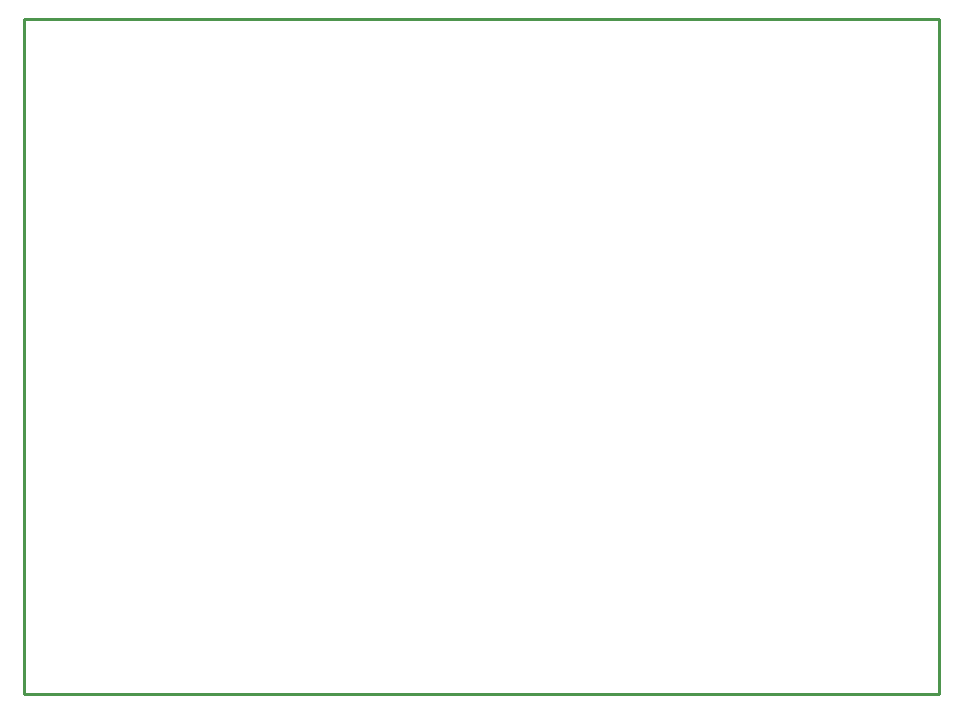
<source format=gm1>
G04*
G04 #@! TF.GenerationSoftware,Altium Limited,Altium Designer,20.1.11 (218)*
G04*
G04 Layer_Color=16711935*
%FSLAX25Y25*%
%MOIN*%
G70*
G04*
G04 #@! TF.SameCoordinates,3E3CE198-1D4E-4C69-B1C9-FC2CBC885D2D*
G04*
G04*
G04 #@! TF.FilePolarity,Positive*
G04*
G01*
G75*
%ADD14C,0.01000*%
D14*
X275000Y435000D02*
X580000D01*
Y210000D02*
Y435000D01*
X275000Y210000D02*
X580000D01*
X275000D02*
Y435000D01*
M02*

</source>
